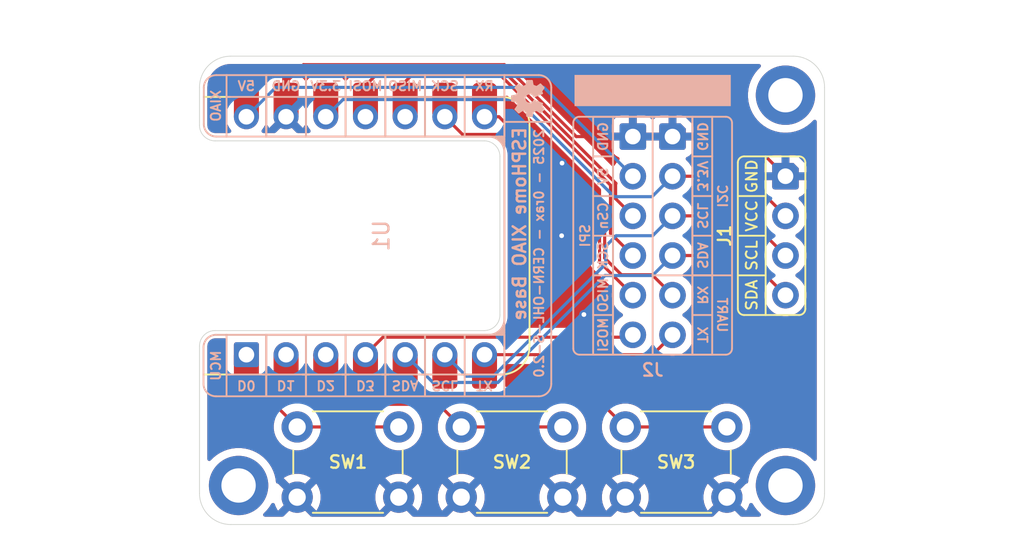
<source format=kicad_pcb>
(kicad_pcb (version 20241229) (generator "pcbnew") (generator_version "9.0")
  (title_block (title "ESPHome XIAO Base") (date "2025-03-26") (rev "v1.00") (company "0rax") (comment 1 "https://github.com/0rax/esphome-xiao-base/"))
  (layers (0 "F.Cu" signal) (2 "B.Cu" signal) (13 "F.Paste" user) (15 "B.Paste" user) (5 "F.SilkS" user "F.Silkscreen") (7 "B.SilkS" user "B.Silkscreen") (1 "F.Mask" user) (3 "B.Mask" user) (25 "Edge.Cuts" user))
  (net 0 "")
  (net 1 "GND")
  (net 2 "+3.3V")
  (net 3 "/BTN1")
  (net 4 "/BTN2")
  (net 5 "/BTN3")
  (net 6 "+5V")
  (net 7 "/SCL")
  (net 8 "/SDA")
  (net 9 "/MISO")
  (net 10 "/MOSI")
  (net 11 "/SCK")
  (net 12 "/CSn")
  (net 13 "/TX")
  (net 14 "/RX")
  (footprint "Button_Switch_THT:SW_PUSH_6mm" (layer "F.Cu") (at 60.5 56)
    (property "Reference" "SW3" (at 0 0 0) (layer "F.SilkS") (effects (font (size 0.8 0.8))))
    (property "Value" "SW_Push")
    (pad "1" thru_hole circle (at -3.25 -2.25 90) (size 2 2) (drill 1.1) (layers "*.Cu" "*.Mask") (net 5 "/BTN3"))
    (pad "1" thru_hole circle (at 3.25 -2.25 90) (size 2 2) (drill 1.1) (layers "*.Cu" "*.Mask") (net 5 "/BTN3"))
    (pad "2" thru_hole circle (at -3.25 2.25 90) (size 2 2) (drill 1.1) (layers "*.Cu" "*.Mask") (net 1 "GND"))
    (pad "2" thru_hole circle (at 3.25 2.25 90) (size 2 2) (drill 1.1) (layers "*.Cu" "*.Mask") (net 1 "GND"))
  )
  (footprint "MountingHole:MountingHole_2.2mm_M2_ISO14580_Pad" (layer "F.Cu") (at 67.5 32.5)
    (property "Reference" "H1" (hide yes))
    (property "Value" "MountingHole_2.2mm_M2_ISO14580_Pad")
    (pad "1" thru_hole circle (at 0 0) (size 3.8 3.8) (drill 2.2) (layers "*.Cu" "*.Mask"))
  )
  (footprint "Button_Switch_THT:SW_PUSH_6mm" (layer "F.Cu") (at 50 56)
    (property "Reference" "SW2" (at 0 0 0) (layer "F.SilkS") (effects (font (size 0.8 0.8))))
    (property "Value" "SW_Push")
    (pad "1" thru_hole circle (at -3.25 -2.25 90) (size 2 2) (drill 1.1) (layers "*.Cu" "*.Mask") (net 4 "/BTN2"))
    (pad "1" thru_hole circle (at 3.25 -2.25 90) (size 2 2) (drill 1.1) (layers "*.Cu" "*.Mask") (net 4 "/BTN2"))
    (pad "2" thru_hole circle (at -3.25 2.25 90) (size 2 2) (drill 1.1) (layers "*.Cu" "*.Mask") (net 1 "GND"))
    (pad "2" thru_hole circle (at 3.25 2.25 90) (size 2 2) (drill 1.1) (layers "*.Cu" "*.Mask") (net 1 "GND"))
  )
  (footprint "MountingHole:MountingHole_2.2mm_M2_ISO14580_Pad" (layer "F.Cu") (at 32.5 57.5)
    (property "Reference" "H2" (hide yes))
    (property "Value" "MountingHole_2.2mm_M2_ISO14580_Pad")
    (pad "1" thru_hole circle (at 0 0) (size 3.8 3.8) (drill 2.2) (layers "*.Cu" "*.Mask"))
  )
  (footprint "Button_Switch_THT:SW_PUSH_6mm" (layer "F.Cu") (at 39.5 56)
    (property "Reference" "SW1" (at 0 0 0) (layer "F.SilkS") (effects (font (size 0.8 0.8))))
    (property "Value" "SW_Push")
    (pad "1" thru_hole circle (at -3.25 -2.25 90) (size 2 2) (drill 1.1) (layers "*.Cu" "*.Mask") (net 3 "/BTN1"))
    (pad "1" thru_hole circle (at 3.25 -2.25 90) (size 2 2) (drill 1.1) (layers "*.Cu" "*.Mask") (net 3 "/BTN1"))
    (pad "2" thru_hole circle (at -3.25 2.25 90) (size 2 2) (drill 1.1) (layers "*.Cu" "*.Mask") (net 1 "GND"))
    (pad "2" thru_hole circle (at 3.25 2.25 90) (size 2 2) (drill 1.1) (layers "*.Cu" "*.Mask") (net 1 "GND"))
  )
  (footprint "LKBD_MCU:MCU_XIAO-RP2040" (layer "F.Cu") (at 33 41.5 90)
    (property "Reference" "U1" (at 0 8.636 90) (layer "B.SilkS") (effects (justify mirror)))
    (property "Value" "XIAO-ESP32")
    (fp_text user "D1" (at -9.2336 2.536 180) (layer "B.SilkS") (effects (font (size 0.6 0.6) (thickness 0.12) (bold yes)) (justify bottom mirror)))
    (fp_text user "TX" (at -9.2336 15.236 180) (layer "B.SilkS") (effects (font (size 0.6 0.6) (thickness 0.12) (bold yes)) (justify bottom mirror)))
    (fp_text user "MISO" (at 9.2336 10.156 0) (layer "B.SilkS") (effects (font (size 0.6 0.6) (thickness 0.12) (bold yes)) (justify bottom mirror)))
    (fp_text user "SCL" (at -9.2336 12.696 180) (layer "B.SilkS") (effects (font (size 0.6 0.6) (thickness 0.12) (bold yes)) (justify bottom mirror)))
    (fp_text user "SDA" (at -9.2336 10.156 180) (layer "B.SilkS") (effects (font (size 0.6 0.6) (thickness 0.12) (bold yes)) (justify bottom mirror)))
    (fp_text user "5V" (at 9.2336 -0.004 0) (layer "B.SilkS") (effects (font (size 0.6 0.6) (thickness 0.12) (bold yes)) (justify bottom mirror)))
    (fp_text user "XIAO" (at 8.3185 -1.95 90) (layer "B.SilkS") (effects (font (size 0.6 0.6) (thickness 0.12)) (justify mirror)))
    (fp_text user "MOSI" (at 9.2336 7.616 0) (layer "B.SilkS") (effects (font (size 0.6 0.6) (thickness 0.12) (bold yes)) (justify bottom mirror)))
    (fp_text user "MCU" (at -8.325 -1.95 90) (layer "B.SilkS") (effects (font (size 0.6 0.6) (thickness 0.12)) (justify mirror)))
    (fp_text user "RX" (at 9.2336 15.236 0) (layer "B.SilkS") (effects (font (size 0.6 0.6) (thickness 0.12) (bold yes)) (justify bottom mirror)))
    (fp_text user "3.3V" (at 9.2336 5.076 0) (layer "B.SilkS") (effects (font (size 0.6 0.6) (thickness 0.12) (bold yes)) (justify bottom mirror)))
    (fp_text user "GND" (at 9.2336 2.536 0) (layer "B.SilkS") (effects (font (size 0.6 0.6) (thickness 0.12) (bold yes)) (justify bottom mirror)))
    (fp_text user "D2" (at -9.2336 5.076 180) (layer "B.SilkS") (effects (font (size 0.6 0.6) (thickness 0.12) (bold yes)) (justify bottom mirror)))
    (fp_text user "SCK" (at 9.2336 12.696 0) (layer "B.SilkS") (effects (font (size 0.6 0.6) (thickness 0.12) (bold yes)) (justify bottom mirror)))
    (fp_text user "D3" (at -9.2336 7.616 180) (layer "B.SilkS") (effects (font (size 0.6 0.6) (thickness 0.12) (bold yes)) (justify bottom mirror)))
    (fp_text user "D0" (at -9.2336 -0.004 180) (layer "B.SilkS") (effects (font (size 0.6 0.6) (thickness 0.12) (bold yes)) (justify bottom mirror)))
    (pad "1" smd roundrect (at -8.2 0 90) (size 2.4 1.6) (drill (offset -0.4 0)) (layers "F.Cu" "F.Mask" "F.Paste") (roundrect_rratio 0.16) (net 3 "/BTN1"))
    (pad "1" thru_hole roundrect (at -7.62 0 180) (size 1.6 1.6) (drill 1) (layers "*.Cu" "*.Mask") (roundrect_rratio 0.1) (net 3 "/BTN1"))
    (pad "2" smd roundrect (at -8.2 2.54 90) (size 2.4 1.6) (drill (offset -0.4 0)) (layers "F.Cu" "F.Mask" "F.Paste") (roundrect_rratio 0.16) (net 4 "/BTN2"))
    (pad "2" thru_hole circle (at -7.62 2.54 180) (size 1.6 1.6) (drill 1) (layers "*.Cu" "*.Mask") (net 4 "/BTN2"))
    (pad "3" smd roundrect (at -8.2 5.08 90) (size 2.4 1.6) (drill (offset -0.4 0)) (layers "F.Cu" "F.Mask" "F.Paste") (roundrect_rratio 0.16) (net 5 "/BTN3"))
    (pad "3" thru_hole circle (at -7.62 5.08 180) (size 1.6 1.6) (drill 1) (layers "*.Cu" "*.Mask") (net 5 "/BTN3"))
    (pad "4" smd roundrect (at -8.2 7.62 90) (size 2.4 1.6) (drill (offset -0.4 0)) (layers "F.Cu" "F.Mask" "F.Paste") (roundrect_rratio 0.16) (net 12 "/CSn"))
    (pad "4" thru_hole circle (at -7.62 7.62 180) (size 1.6 1.6) (drill 1) (layers "*.Cu" "*.Mask") (net 12 "/CSn"))
    (pad "5" smd roundrect (at -8.2 10.16 90) (size 2.4 1.6) (drill (offset -0.4 0)) (layers "F.Cu" "F.Mask" "F.Paste") (roundrect_rratio 0.16) (net 8 "/SDA"))
    (pad "5" thru_hole circle (at -7.62 10.16 180) (size 1.6 1.6) (drill 1) (layers "*.Cu" "*.Mask") (net 8 "/SDA"))
    (pad "6" smd roundrect (at -8.2 12.7 90) (size 2.4 1.6) (drill (offset -0.4 0)) (layers "F.Cu" "F.Mask" "F.Paste") (roundrect_rratio 0.16) (net 7 "/SCL"))
    (pad "6" thru_hole circle (at -7.62 12.7 180) (size 1.6 1.6) (drill 1) (layers "*.Cu" "*.Mask") (net 7 "/SCL"))
    (pad "7" smd roundrect (at -8.2 15.24 90) (size 2.4 1.6) (drill (offset -0.4 0)) (layers "F.Cu" "F.Mask" "F.Paste") (roundrect_rratio 0.16) (net 13 "/TX"))
    (pad "7" thru_hole circle (at -7.62 15.24 180) (size 1.6 1.6) (drill 1) (layers "*.Cu" "*.Mask") (net 13 "/TX"))
    (pad "8" thru_hole circle (at 7.62 15.24 180) (size 1.6 1.6) (drill 1) (layers "*.Cu" "*.Mask") (net 14 "/RX"))
    (pad "8" smd roundrect (at 8.2 15.24 90) (size 2.4 1.6) (drill (offset 0.4 0)) (layers "F.Cu" "F.Mask" "F.Paste") (net 14 "/RX"))
    (pad "9" thru_hole circle (at 7.62 12.7 180) (size 1.6 1.6) (drill 1) (layers "*.Cu" "*.Mask") (net 11 "/SCK"))
    (pad "9" smd roundrect (at 8.2 12.7 90) (size 2.4 1.6) (drill (offset 0.4 0)) (layers "F.Cu" "F.Mask" "F.Paste") (net 11 "/SCK"))
    (pad "10" thru_hole circle (at 7.62 10.16 180) (size 1.6 1.6) (drill 1) (layers "*.Cu" "*.Mask") (net 9 "/MISO"))
    (pad "10" smd roundrect (at 8.2 10.16 90) (size 2.4 1.6) (drill (offset 0.4 0)) (layers "F.Cu" "F.Mask" "F.Paste") (roundrect_rratio 0.16) (net 9 "/MISO"))
    (pad "11" thru_hole circle (at 7.62 7.62 180) (size 1.6 1.6) (drill 1) (layers "*.Cu" "*.Mask") (net 10 "/MOSI"))
    (pad "11" smd roundrect (at 8.2 7.62 90) (size 2.4 1.6) (drill (offset 0.4 0)) (layers "F.Cu" "F.Mask" "F.Paste") (roundrect_rratio 0.16) (net 10 "/MOSI"))
    (pad "12" thru_hole circle (at 7.62 5.08 180) (size 1.6 1.6) (drill 1) (layers "*.Cu" "*.Mask") (net 2 "+3.3V"))
    (pad "12" smd roundrect (at 8.2 5.08 90) (size 2.4 1.6) (drill (offset 0.4 0)) (layers "F.Cu" "F.Mask" "F.Paste") (roundrect_rratio 0.16) (net 2 "+3.3V"))
    (pad "13" thru_hole circle (at 7.62 2.54 180) (size 1.6 1.6) (drill 1) (layers "*.Cu" "*.Mask") (net 1 "GND"))
    (pad "13" smd roundrect (at 8.2 2.54 90) (size 2.4 1.6) (drill (offset 0.4 0)) (layers "F.Cu" "F.Mask" "F.Paste") (roundrect_rratio 0.16) (net 1 "GND"))
    (pad "14" thru_hole circle (at 7.62 0 180) (size 1.6 1.6) (drill 1) (layers "*.Cu" "*.Mask") (net 6 "+5V"))
    (pad "14" smd roundrect (at 8.2 0 90) (size 2.4 1.6) (drill (offset 0.4 0)) (layers "F.Cu" "F.Mask" "F.Paste") (roundrect_rratio 0.16) (net 6 "+5V"))
  )
  (footprint "LKBD_OLED:OLED_SSD1306_128x32_0.91inch_I2C" (layer "F.Cu") (at 67.5 41.5 180)
    (property "Reference" "J1" (at 3.9 0 90) (layer "F.SilkS") (effects (font (size 0.8 0.8))))
    (property "Value" "PINHD_1x4_Male")
    (fp_text user "SDA" (at 2.159 -3.81 90) (layer "F.SilkS") (effects (font (size 0.7 0.7) (thickness 0.12) (bold yes))))
    (fp_text user "SCL" (at 2.159 -1.27 90) (layer "F.SilkS") (effects (font (size 0.7 0.7) (thickness 0.12) (bold yes))))
    (fp_text user "GND" (at 2.159 3.81 90) (layer "F.SilkS") (effects (font (size 0.7 0.7) (thickness 0.12) (bold yes))))
    (fp_text user "VCC" (at 2.159 1.27 90) (layer "F.SilkS") (effects (font (size 0.7 0.7) (thickness 0.12) (bold yes))))
    (pad "1" thru_hole circle (at 0 -3.81 90) (size 1.7 1.7) (drill 1) (layers "*.Cu" "*.Mask") (net 8 "/SDA"))
    (pad "2" thru_hole circle (at 0 -1.27 90) (size 1.7 1.7) (drill 1) (layers "*.Cu" "*.Mask") (net 7 "/SCL"))
    (pad "3" thru_hole circle (at 0 1.27 90) (size 1.7 1.7) (drill 1) (layers "*.Cu" "*.Mask") (net 2 "+3.3V"))
    (pad "4" thru_hole roundrect (at 0 3.81 90) (size 1.7 1.7) (drill 1) (layers "*.Cu" "*.Mask") (roundrect_rratio 0.1) (chamfer_ratio 0.2) (chamfer bottom_right) (net 1 "GND"))
  )
  (footprint "MountingHole:MountingHole_2.2mm_M2_ISO14580_Pad" (layer "F.Cu") (at 67.5 57.5)
    (property "Reference" "H3" (hide yes))
    (property "Value" "MountingHole_2.2mm_M2_ISO14580_Pad")
    (pad "1" thru_hole circle (at 0 0) (size 3.8 3.8) (drill 2.2) (layers "*.Cu" "*.Mask"))
  )
  (footprint "LKBD_PCBFab:JLCPCB_SerialNumber_2x10mm" (layer "B.Cu") (at 59 32.2 180)
    (property "Reference" "REF1" (hide yes))
    (property "Value" "JLCPCB_SerialNumber_2x10mm")
  )
  (footprint "Connector_PinHeader_2.54mm:PinHeader_2x06_P2.54mm_Vertical" (layer "B.Cu") (at 59 41.5 180)
    (property "Reference" "J2" (at 0 -8.6 0) (layer "B.SilkS") (effects (font (size 0.8 0.8)) (justify mirror)))
    (property "Value" "Conn_02x06_Odd_Even")
    (fp_text user "MISO" (at 3.175 -3.81 90) (layer "B.SilkS") (effects (font (size 0.6 0.6) (thickness 0.12)) (justify mirror)))
    (fp_text user "MOSI" (at 3.175 -6.35 90) (layer "B.SilkS") (effects (font (size 0.6 0.6) (thickness 0.12)) (justify mirror)))
    (fp_text user "5V" (at 3.175 3.81 90) (layer "B.SilkS") (effects (font (size 0.6 0.6) (thickness 0.12)) (justify mirror)))
    (fp_text user "SCK" (at 3.175 -1.27 90) (layer "B.SilkS") (effects (font (size 0.6 0.6) (thickness 0.12)) (justify mirror)))
    (fp_text user "CSn" (at 3.175 1.27 90) (layer "B.SilkS") (effects (font (size 0.6 0.6) (thickness 0.12)) (justify mirror)))
    (fp_text user "GND" (at 3.175 6.35 90) (layer "B.SilkS") (effects (font (size 0.6 0.6) (thickness 0.12)) (justify mirror)))
    (fp_text user "SPI" (at 4.318 0 90) (layer "B.SilkS") (effects (font (size 0.6 0.6) (thickness 0.12) (bold yes)) (justify mirror)))
    (fp_text user "RX" (at -3.175 -3.81 270) (layer "B.SilkS") (effects (font (size 0.6 0.6) (thickness 0.12)) (justify mirror)))
    (fp_text user "GND" (at -3.175 6.35 270) (layer "B.SilkS") (effects (font (size 0.6 0.6) (thickness 0.12)) (justify mirror)))
    (fp_text user "UART" (at -4.445 -5.08 270) (layer "B.SilkS") (effects (font (size 0.6 0.6) (thickness 0.12) (bold yes)) (justify mirror)))
    (fp_text user "SDA" (at -3.175 -1.27 270) (layer "B.SilkS") (effects (font (size 0.6 0.6) (thickness 0.12)) (justify mirror)))
    (fp_text user "I2C" (at -4.445 2.54 270) (layer "B.SilkS") (effects (font (size 0.6 0.6) (thickness 0.12) (bold yes)) (justify mirror)))
    (fp_text user "SCL" (at -3.175 1.27 270) (layer "B.SilkS") (effects (font (size 0.6 0.6) (thickness 0.12)) (justify mirror)))
    (fp_text user "3.3V" (at -3.175 3.81 270) (layer "B.SilkS") (effects (font (size 0.6 0.6) (thickness 0.12)) (justify mirror)))
    (fp_text user "TX" (at -3.175 -6.35 270) (layer "B.SilkS") (effects (font (size 0.6 0.6) (thickness 0.12)) (justify mirror)))
    (pad "1" thru_hole roundrect (at -1.27 6.35 180) (size 1.7 1.7) (drill 1) (layers "*.Cu" "*.Mask") (roundrect_rratio 0.1) (chamfer_ratio 0.2) (chamfer bottom_left) (net 1 "GND"))
    (pad "2" thru_hole roundrect (at 1.27 6.35 180) (size 1.7 1.7) (drill 1) (layers "*.Cu" "*.Mask") (roundrect_rratio 0.1) (net 1 "GND"))
    (pad "3" thru_hole oval (at -1.27 3.81 180) (size 1.7 1.7) (drill 1) (layers "*.Cu" "*.Mask") (net 2 "+3.3V"))
    (pad "4" thru_hole oval (at 1.27 3.81 180) (size 1.7 1.7) (drill 1) (layers "*.Cu" "*.Mask") (net 6 "+5V"))
    (pad "5" thru_hole oval (at -1.27 1.27 180) (size 1.7 1.7) (drill 1) (layers "*.Cu" "*.Mask") (net 7 "/SCL"))
    (pad "6" thru_hole oval (at 1.27 1.27 180) (size 1.7 1.7) (drill 1) (layers "*.Cu" "*.Mask") (net 10 "/MOSI"))
    (pad "7" thru_hole oval (at -1.27 -1.27 180) (size 1.7 1.7) (drill 1) (layers "*.Cu" "*.Mask") (net 8 "/SDA"))
    (pad "8" thru_hole oval (at 1.27 -1.27 180) (size 1.7 1.7) (drill 1) (layers "*.Cu" "*.Mask") (net 9 "/MISO"))
    (pad "9" thru_hole oval (at -1.27 -3.81 180) (size 1.7 1.7) (drill 1) (layers "*.Cu" "*.Mask") (net 14 "/RX"))
    (pad "10" thru_hole oval (at 1.27 -3.81 180) (size 1.7 1.7) (drill 1) (layers "*.Cu" "*.Mask") (net 11 "/SCK"))
    (pad "11" thru_hole oval (at -1.27 -6.35 180) (size 1.7 1.7) (drill 1) (layers "*.Cu" "*.Mask") (net 13 "/TX"))
    (pad "12" thru_hole oval (at 1.27 -6.35 180) (size 1.7 1.7) (drill 1) (layers "*.Cu" "*.Mask") (net 12 "/CSn"))
  )
  (gr_line (start 50.699707 33.45301) (end 50.899254 33.538489) (stroke (width 0.1)) (layer "B.SilkS"))
  (gr_line (start 51.825522 31.805505) (end 51.806211 31.803706) (stroke (width 0.1)) (layer "B.SilkS"))
  (gr_line (start 50.305061 32.484042) (end 50.288684 32.498241) (stroke (width 0.1)) (layer "B.SilkS"))
  (gr_curve (pts (xy 51.392821 32.881338) (xy 51.316872 33.000193) (xy 51.171615 33.054693) (xy 51.036228 33.01513)) (stroke (width 0.1)) (layer "B.SilkS"))
  (gr_line (start 51.58101 33.462368) (end 51.806211 33.616951) (stroke (width 0.1)) (layer "B.SilkS"))
  (gr_line (start 50.422063 33.615064) (end 50.441279 33.616958) (stroke (width 0.1)) (layer "B.SilkS"))
  (gr_line (start 52.030274 32.027866) (end 52.028475 32.008555) (stroke (width 0.1)) (layer "B.SilkS"))
  (gr_line (start 51.404653 32.865908) (end 51.392821 32.881338) (stroke (width 0.1)) (layer "B.SilkS"))
  (gr_line (start 51.332806 33.561864) (end 51.3471 33.545772) (stroke (width 0.1)) (layer "B.SilkS"))
  (gr_line (start 50.441279 33.616958) (end 50.678218 33.454329) (stroke (width 0.1)) (layer "B.SilkS"))
  (gr_line (start 51.41961 32.841485) (end 51.404653 32.865908) (stroke (width 0.1)) (layer "B.SilkS"))
  (gr_line (start 49.51 31.213) (end 51.71 31.213) (stroke (width 0.12)) (layer "B.SilkS"))
  (gr_line (start 50.422063 31.805694) (end 50.218918 32.008649) (stroke (width 0.1)) (layer "B.SilkS"))
  (gr_line (start 52.028477 33.412101) (end 52.030275 33.392884) (stroke (width 0.1)) (layer "B.SilkS"))
  (gr_line (start 52.028475 32.008555) (end 51.825522 31.805505) (stroke (width 0.1)) (layer "B.SilkS"))
  (gr_line (start 51.923779 32.383984) (end 51.930387 32.377282) (stroke (width 0.1)) (layer "B.SilkS"))
  (gr_line (start 51.878438 33.171564) (end 51.877687 33.15036) (stroke (width 0.1)) (layer "B.SilkS"))
  (gr_line (start 50.384198 33.130111) (end 50.382683 33.151883) (stroke (width 0.1)) (layer "B.SilkS"))
  (gr_line (start 51.267206 31.574435) (end 50.98019 31.574435) (stroke (width 0.1)) (layer "B.SilkS"))
  (gr_line (start 49.987848 32.566777) (end 49.987848 32.853981) (stroke (width 0.1)) (layer "B.SilkS"))
  (gr_line (start 52.030275 33.392884) (end 51.878438 33.171564) (stroke (width 0.1)) (layer "B.SilkS"))
  (gr_line (start 50.000249 32.551915) (end 49.987848 32.566777) (stroke (width 0.1)) (layer "B.SilkS"))
  (gr_line (start 51.877681 32.27039) (end 51.878349 32.249186) (stroke (width 0.1)) (layer "B.SilkS"))
  (gr_line (start 51.404653 32.554849) (end 51.41961 32.579272) (stroke (width 0.1)) (layer "B.SilkS"))
  (gr_line (start 51.41961 32.579272) (end 51.437785 32.585142) (stroke (width 0.1)) (layer "B.SilkS"))
  (gr_line (start 50.218918 32.008649) (end 50.21712 32.02796) (stroke (width 0.1)) (layer "B.SilkS"))
  (gr_line (start 51.806211 33.616951) (end 51.825522 33.615056) (stroke (width 0.1)) (layer "B.SilkS"))
  (gr_line (start 52.51 32.013) (end 52.51 50.987) (stroke (width 0.12)) (layer "B.SilkS"))
  (gr_line (start 50.678218 33.454329) (end 50.699707 33.45301) (stroke (width 0.1)) (layer "B.SilkS"))
  (gr_line (start 50.965328 33.834017) (end 50.98019 33.846323) (stroke (width 0.1)) (layer "B.SilkS"))
  (gr_line (start 51.282068 31.586741) (end 51.267206 31.574435) (stroke (width 0.1)) (layer "B.SilkS"))
  (gr_line (start 51.929743 32.367892) (end 51.877681 32.27039) (stroke (width 0.1)) (layer "B.SilkS"))
  (gr_line (start 50.21712 32.02796) (end 50.382684 32.26897) (stroke (width 0.1)) (layer "B.SilkS"))
  (gr_line (start 50.382683 33.151883) (end 50.217214 33.392892) (stroke (width 0.1)) (layer "B.SilkS"))
  (gr_line (start 51.559332 33.460765) (end 51.58101 33.462368) (stroke (width 0.1)) (layer "B.SilkS"))
  (gr_line (start 50.965328 33.83393) (end 50.965328 33.834017) (stroke (width 0.1)) (layer "B.SilkS"))
  (gr_curve (pts (xy 50.807786 32.710379) (xy 50.807786 32.569329) (xy 50.900841 32.44519) (xy 51.036228 32.405627)) (stroke (width 0.1)) (layer "B.SilkS"))
  (gr_arc (start 51.71 31.213) (mid 52.275685 31.447315) (end 52.51 32.013) (stroke (width 0.12)) (layer "B.SilkS"))
  (gr_line (start 50.217214 33.392892) (end 50.219108 33.412109) (stroke (width 0.1)) (layer "B.SilkS"))
  (gr_line (start 51.930387 32.377282) (end 51.929743 32.367892) (stroke (width 0.1)) (layer "B.SilkS"))
  (gr_line (start 51.878349 32.249186) (end 52.030274 32.027866) (stroke (width 0.1)) (layer "B.SilkS"))
  (gr_line (start 50.965328 31.586741) (end 50.913454 31.86571) (stroke (width 0.1)) (layer "B.SilkS"))
  (gr_line (start 49.987848 32.853981) (end 50.000154 32.868843) (stroke (width 0.1)) (layer "B.SilkS"))
  (gr_line (start 50.98019 33.846323) (end 51.2673 33.846323) (stroke (width 0.1)) (layer "B.SilkS"))
  (gr_line (start 50.384198 32.290648) (end 50.305061 32.484042) (stroke (width 0.1)) (layer "B.SilkS"))
  (gr_line (start 50.678218 31.96643) (end 50.441279 31.803895) (stroke (width 0.1)) (layer "B.SilkS"))
  (gr_line (start 50.305061 32.936716) (end 50.384198 33.130111) (stroke (width 0.1)) (layer "B.SilkS"))
  (gr_line (start 51.559333 31.959899) (end 51.3471 31.874987) (stroke (width 0.1)) (layer "B.SilkS"))
  (gr_line (start 51.3329 31.858894) (end 51.282068 31.586741) (stroke (width 0.1)) (layer "B.SilkS"))
  (gr_line (start 50.899254 31.882276) (end 50.699707 31.967755) (stroke (width 0.1)) (layer "B.SilkS"))
  (gr_line (start 51.437785 32.585142) (end 51.923779 32.383984) (stroke (width 0.1)) (layer "B.SilkS"))
  (gr_line (start 51.71 51.787) (end 49.51 51.787) (stroke (width 0.12)) (layer "B.SilkS"))
  (gr_line (start 50.288684 32.922516) (end 50.305061 32.936716) (stroke (width 0.1)) (layer "B.SilkS"))
  (gr_line (start 50.382684 32.26897) (end 50.384198 32.290648) (stroke (width 0.1)) (layer "B.SilkS"))
  (gr_line (start 51.3471 31.874987) (end 51.3329 31.858894) (stroke (width 0.1)) (layer "B.SilkS"))
  (gr_line (start 50.913454 33.555056) (end 50.965328 33.83393) (stroke (width 0.1)) (layer "B.SilkS"))
  (gr_line (start 51.92975 33.052858) (end 51.930431 33.043493) (stroke (width 0.1)) (layer "B.SilkS"))
  (gr_line (start 51.282162 33.834017) (end 51.332806 33.561864) (stroke (width 0.1)) (layer "B.SilkS"))
  (gr_curve (pts (xy 51.036228 33.01513) (xy 50.900841 32.975567) (xy 50.807786 32.851428) (xy 50.807786 32.710379)) (stroke (width 0.1)) (layer "B.SilkS"))
  (gr_poly (pts (xy 49.987865 32.854628) (xy 49.987913 32.855272) (xy 49.987992 32.855913) (xy 49.988101 32.856549) (xy 49.98824 32.85718) (xy 49.988408 32.857805) (xy 49.988604 32.858423) (xy 49.988826 32.859032) (xy 49.989075 32.859633) (xy 49.989349 32.860223) (xy 49.98997 32.861371) (xy 49.990683 32.862468) (xy 49.991481 32.863507) (xy 49.992358 32.86448) (xy 49.993307 32.86538) (xy 49.994322 32.866201) (xy 49.995396 32.866934) (xy 49.995953 32.867265) (xy 49.996523 32.867572) (xy 49.997104 32.867853) (xy 49.997696 32.868107) (xy 49.998298 32.868335) (xy 49.998909 32.868534) (xy 49.999528 32.868703) (xy 50.000154 32.868843) (xy 50.288684 32.922516) (xy 50.290062 32.922896) (xy 50.291405 32.923355) (xy 50.292712 32.92389) (xy 50.293979 32.924499) (xy 50.295204 32.925181) (xy 50.296383 32.925932) (xy 50.297514 32.926749) (xy 50.298594 32.927631) (xy 50.29962 32.928576) (xy 50.30059 32.929579) (xy 50.3015 32.93064) (xy 50.302348 32.931756) (xy 50.303131 32.932924) (xy 50.303846 32.934141) (xy 50.30449 32.935406) (xy 50.305061 32.936716) (xy 50.384198 33.130111) (xy 50.384726 33.131449) (xy 50.385169 33.132808) (xy 50.385529 33.134183) (xy 50.385805 33.135572) (xy 50.385997 33.136969) (xy 50.386107 33.138373) (xy 50.386133 33.139777) (xy 50.386077 33.14118) (xy 50.385938 33.142577) (xy 50.385717 33.143965) (xy 50.385415 33.14534) (xy 50.385031 33.146697) (xy 50.384565 33.148034) (xy 50.384019 33.149346) (xy 50.383391 33.150631) (xy 50.382683 33.151883) (xy 50.217214 33.392892) (xy 50.216868 33.393468) (xy 50.216548 33.394054) (xy 50.215989 33.395251) (xy 50.215537 33.396478) (xy 50.215192 33.397728) (xy 50.214952 33.398994) (xy 50.214818 33.400271) (xy 50.214788 33.40155) (xy 50.214861 33.402826) (xy 50.215038 33.404092) (xy 50.215317 33.405341) (xy 50.215698 33.406566) (xy 50.21618 33.407761) (xy 50.216763 33.40892) (xy 50.217446 33.410035) (xy 50.218227 33.411101) (xy 50.218655 33.411612) (xy 50.219108 33.412109) (xy 50.422063 33.615064) (xy 50.422527 33.615514) (xy 50.423012 33.615939) (xy 50.423517 33.616339) (xy 50.424042 33.616715) (xy 50.424584 33.617066) (xy 50.425142 33.617392) (xy 50.425716 33.617693) (xy 50.426303 33.61797) (xy 50.426904 33.618221) (xy 50.427515 33.618448) (xy 50.428767 33.618825) (xy 50.430049 33.619102) (xy 50.431352 33.619277) (xy 50.432664 33.61935) (xy 50.433976 33.619321) (xy 50.435278 33.619188) (xy 50.43656 33.618952) (xy 50.43719 33.618795) (xy 50.437811 33.618611) (xy 50.438421 33.618402) (xy 50.439021 33.618166) (xy 50.439608 33.617904) (xy 50.440181 33.617615) (xy 50.440738 33.6173) (xy 50.441279 33.616958) (xy 50.678218 33.454329) (xy 50.679457 33.453631) (xy 50.680727 33.453014) (xy 50.682025 33.452478) (xy 50.683347 33.452023) (xy 50.684689 33.451651) (xy 50.686048 33.45136) (xy 50.68742 33.451151) (xy 50.6888 33.451025) (xy 50.690186 33.450981) (xy 50.691573 33.451021) (xy 50.692957 33.451143) (xy 50.694335 33.451349) (xy 50.695703 33.451638) (xy 50.697056 33.452011) (xy 50.698392 33.452468) (xy 50.699707 33.45301) (xy 50.899254 33.538489) (xy 50.900562 33.539081) (xy 50.901825 33.539744) (xy 50.903041 33.540477) (xy 50.904206 33.541277) (xy 50.90532 33.54214) (xy 50.906379 33.543064) (xy 50.907381 33.544046) (xy 50.908324 33.545084) (xy 50.909205 33.546175) (xy 50.910023 33.547315) (xy 50.910774 33.548503) (xy 50.911456 33.549736) (xy 50.912068 33.55101) (xy 50.912606 33.552323) (xy 50.913069 33.553673) (xy 50.913454 33.555056) (xy 50.965328 33.83393) (xy 50.965328 33.834017) (xy 50.965459 33.834644) (xy 50.965622 33.835263) (xy 50.965814 33.835874) (xy 50.966036 33.836476) (xy 50.966286 33.837067) (xy 50.966564 33.837649) (xy 50.966868 33.838218) (xy 50.967197 33.838775) (xy 50.96755 33.83932) (xy 50.967928 33.83985) (xy 50.968327 33.840365) (xy 50.968748 33.840865) (xy 50.96919 33.841348) (xy 50.969651 33.841814) (xy 50.970131 33.842262) (xy 50.970629 33.842691) (xy 50.971143 33.8431) (xy 50.971672 33.843489) (xy 50.972217 33.843856) (xy 50.972775 33.844202) (xy 50.973346 33.844524) (xy 50.973929 33.844823) (xy 50.974522 33.845097) (xy 50.975126 33.845346) (xy 50.975738 33.845568) (xy 50.976358 33.845763) (xy 50.976985 33.845931) (xy 50.977618 33.84607) (xy 50.978256 33.84618) (xy 50.978898 33.846259) (xy 50.979543 33.846307) (xy 50.98019 33.846323) (xy 51.2673 33.846323) (xy 51.267971 33.846288) (xy 51.268634 33.846226) (xy 51.26929 33.846136) (xy 51.269938 33.846019) (xy 51.270577 33.845876) (xy 51.271207 33.845707) (xy 51.271826 33.845513) (xy 51.272435 33.845295) (xy 51.273618 33.844785) (xy 51.27475 33.844183) (xy 51.275827 33.843494) (xy 51.276842 33.84272) (xy 51.277792 33.841866) (xy 51.27867 33.840937) (xy 51.279473 33.839937) (xy 51.280194 33.83887) (xy 51.280522 33.838313) (xy 51.280828 33.83774) (xy 51.281111 33.837153) (xy 51.281371 33.836552) (xy 51.281607 33.835937) (xy 51.281817 33.835309) (xy 51.282002 33.834669) (xy 51.282162 33.834017) (xy 51.332806 33.561864) (xy 51.333186 33.560493) (xy 51.333646 33.559157) (xy 51.334185 33.55786) (xy 51.334798 33.556603) (xy 51.335485 33.55539) (xy 51.336241 33.554224) (xy 51.337066 33.553107) (xy 51.337955 33.552043) (xy 51.338907 33.551034) (xy 51.339918 33.550084) (xy 51.340987 33.549195) (xy 51.34211 33.548371) (xy 51.343286 33.547613) (xy 51.344511 33.546925) (xy 51.345783 33.546311) (xy 51.3471 33.545772) (xy 51.559332 33.460765) (xy 51.560668 33.460248) (xy 51.562023 33.459815) (xy 51.563395 33.459465) (xy 51.564779 33.459198) (xy 51.566171 33.459014) (xy 51.567569 33.458912) (xy 51.568968 33.458892) (xy 51.570364 33.458954) (xy 51.571755 33.459098) (xy 51.573136 33.459323) (xy 51.574503 33.45963) (xy 51.575853 33.460017) (xy 51.577183 33.460485) (xy 51.578488 33.461033) (xy 51.579765 33.461661) (xy 51.58101 33.462368) (xy 51.806211 33.616951) (xy 51.806789 33.617299) (xy 51.807377 33.61762) (xy 51.808581 33.618181) (xy 51.809813 33.618635) (xy 51.811069 33.618982) (xy 51.812342 33.619223) (xy 51.813624 33.619358) (xy 51.814909 33.619388) (xy 51.816191 33.619315) (xy 51.817463 33.619138) (xy 51.818718 33.618858) (xy 51.819949 33.618476) (xy 51.821151 33.617992) (xy 51.822315 33.617408) (xy 51.823436 33.616723) (xy 51.824507 33.615939) (xy 51.825022 33.61551) (xy 51.825522 33.615056) (xy 52.028477 33.412101) (xy 52.028924 33.411601) (xy 52.029346 33.411086) (xy 52.029743 33.410557) (xy 52.030116 33.410016) (xy 52.030465 33.409462) (xy 52.030789 33.408897) (xy 52.031088 33.408321) (xy 52.031362 33.407735) (xy 52.031835 33.406538) (xy 52.032207 33.405312) (xy 52.032479 33.404064) (xy 52.032649 33.402799) (xy 52.032717 33.401524) (xy 52.032681 33.400247) (xy 52.032543 33.398973) (xy 52.0323 33.397709) (xy 52.032139 33.397083) (xy 52.031952 33.396461) (xy 52.031739 33.395846) (xy 52.031499 33.395237) (xy 52.031233 33.394636) (xy 52.030941 33.394042) (xy 52.030621 33.393458) (xy 52.030275 33.392884) (xy 51.878438 33.171564) (xy 51.877747 33.170335) (xy 51.877142 33.169074) (xy 51.876621 33.167784) (xy 51.876187 33.166471) (xy 51.875837 33.165137) (xy 51.875574 33.163788) (xy 51.875396 33.162427) (xy 51.875304 33.16106) (xy 51.875299 33.159689) (xy 51.87538 33.158319) (xy 51.875547 33.156954) (xy 51.875801 33.1556) (xy 51.876142 33.154258) (xy 51.87657 33.152935) (xy 51.877085 33.151634) (xy 51.877687 33.15036) (xy 51.92975 33.052858) (xy 51.930027 33.052312) (xy 51.930272 33.051754) (xy 51.930487 33.051187) (xy 51.93067 33.050612) (xy 51.930823 33.050029) (xy 51.930945 33.049439) (xy 51.931035 33.048846) (xy 51.931094 33.048248) (xy 51.931122 33.047649) (xy 51.931119 33.047048) (xy 51.931083 33.046447) (xy 51.931017 33.045848) (xy 51.930918 33.045252) (xy 51.930788 33.04466) (xy 51.930625 33.044073) (xy 51.930431 33.043493) (xy 51.930206 33.042924) (xy 51.929952 33.04237) (xy 51.929671 33.041833) (xy 51.929362 33.041313) (xy 51.929028 33.040812) (xy 51.928668 33.04033) (xy 51.928284 33.039868) (xy 51.927877 33.039427) (xy 51.927447 33.039008) (xy 51.926995 33.038612) (xy 51.926523 33.03824) (xy 51.926031 33.037892) (xy 51.925519 33.03757) (xy 51.92499 33.037274) (xy 51.924444 33.037006) (xy 51.923881 33.036766) (xy 51.437785 32.835616) (xy 51.437156 32.835391) (xy 51.436522 32.835195) (xy 51.435246 32.83489) (xy 51.433962 32.834697) (xy 51.432677 32.834615) (xy 51.431398 32.834641) (xy 51.430132 32.834774) (xy 51.428885 32.835011) (xy 51.427664 32.83535) (xy 51.426475 32.83579) (xy 51.425324 32.836327) (xy 51.42422 32.83696) (xy 51.423167 32.837686) (xy 51.422173 32.838504) (xy 51.421244 32.839411) (xy 51.420388 32.840406) (xy 51.419988 32.840935) (xy 51.41961 32.841485) (xy 51.404653 32.865908) (xy 51.403504 32.867681) (xy 51.402205 32.86957) (xy 51.400784 32.871539) (xy 51.399269 32.873552) (xy 51.397688 32.875574) (xy 51.396068 32.87757) (xy 51.394436 32.879503) (xy 51.392821 32.881338) (xy 51.3855 32.892291) (xy 51.377788 32.902862) (xy 51.369698 32.913045) (xy 51.361246 32.922834) (xy 51.352446 32.932224) (xy 51.343312 32.941211) (xy 51.333859 32.949787) (xy 51.324101 32.957948) (xy 51.314053 32.965689) (xy 51.30373 32.973004) (xy 51.293145 32.979887) (xy 51.282314 32.986333) (xy 51.271251 32.992337) (xy 51.25997 32.997894) (xy 51.248486 33.002996) (xy 51.236814 33.007641) (xy 51.224967 33.011821) (xy 51.212961 33.015531) (xy 51.200809 33.018767) (xy 51.188527 33.021522) (xy 51.176129 33.023791) (xy 51.163629 33.025569) (xy 51.151041 33.02685) (xy 51.138382 33.027629) (xy 51.125664 33.027901) (xy 51.112902 33.027659) (xy 51.100112 33.026899) (xy 51.087306 33.025615) (xy 51.074501 33.023801) (xy 51.061709 33.021453) (xy 51.048947 33.018564) (xy 51.036228 33.01513) (xy 51.023661 33.011175) (xy 51.011351 33.006737) (xy 50.999308 33.001828) (xy 50.987541 32.996461) (xy 50.976059 32.990648) (xy 50.964872 32.984401) (xy 50.953988 32.977733) (xy 50.943417 32.970657) (xy 50.933169 32.963184) (xy 50.923252 32.955326) (xy 50.913677 32.947097) (xy 50.904451 32.938509) (xy 50.895585 32.929574) (xy 50.887088 32.920305) (xy 50.878969 32.910713) (xy 50.871237 32.900812) (xy 50.863902 32.890613) (xy 50.856972 32.880129) (xy 50.850458 32.869373) (xy 50.844369 32.858357) (xy 50.838713 32.847093) (xy 50.8335 32.835593) (xy 50.82874 32.823871) (xy 50.824441 32.811938) (xy 50.820614 32.799806) (xy 50.817266 32.787489) (xy 50.814408 32.774999) (xy 50.812049 32.762347) (xy 50.810198 32.749547) (xy 50.808864 32.736611) (xy 50.808057 32.72355) (xy 50.807786 32.710379) (xy 50.808057 32.697207) (xy 50.808864 32.684147) (xy 50.812049 32.65841) (xy 50.817266 32.633268) (xy 50.824441 32.60882) (xy 50.8335 32.585164) (xy 50.844369 32.5624) (xy 50.856972 32.540628) (xy 50.871237 32.519946) (xy 50.887088 32.500453) (xy 50.904451 32.482248) (xy 50.923253 32.465431) (xy 50.943418 32.4501) (xy 50.964872 32.436356) (xy 50.987541 32.424296) (xy 51.011352 32.41402) (xy 51.023661 32.409582) (xy 51.036228 32.405627) (xy 51.06171 32.399304) (xy 51.087306 32.395143) (xy 51.112902 32.393098) (xy 51.138382 32.393128) (xy 51.163629 32.395188) (xy 51.188527 32.399235) (xy 51.212961 32.405226) (xy 51.236814 32.413117) (xy 51.25997 32.422864) (xy 51.282315 32.434424) (xy 51.30373 32.447753) (xy 51.324101 32.462809) (xy 51.343312 32.479547) (xy 51.361246 32.497923) (xy 51.377788 32.517895) (xy 51.392821 32.539419) (xy 51.394468 32.541255) (xy 51.396122 32.543188) (xy 51.397755 32.545183) (xy 51.399341 32.547205) (xy 51.400852 32.549218) (xy 51.402259 32.551187) (xy 51.403536 32.553076) (xy 51.404653 32.554849) (xy 51.41961 32.579272) (xy 51.419986 32.579825) (xy 51.420384 32.580357) (xy 51.420801 32.580868) (xy 51.421238 32.581356) (xy 51.421692 32.581823) (xy 51.422164 32.582268) (xy 51.422653 32.58269) (xy 51.423157 32.58309) (xy 51.423676 32.583466) (xy 51.424209 32.583819) (xy 51.424756 32.584149) (xy 51.425314 32.584454) (xy 51.425884 32.584736) (xy 51.426465 32.584993) (xy 51.427056 32.585225) (xy 51.427655 32.585433) (xy 51.428263 32.585615) (xy 51.428878 32.585772) (xy 51.429499 32.585903) (xy 51.430127 32.586008) (xy 51.430758 32.586087) (xy 51.431394 32.586139) (xy 51.432033 32.586165) (xy 51.432674 32.586163) (xy 51.433317 32.586134) (xy 51.43396 32.586077) (xy 51.434603 32.585993) (xy 51.435245 32.58588) (xy 51.435885 32.585739) (xy 51.436522 32.585569) (xy 51.437156 32.58537) (xy 51.437785 32.585142) (xy 51.923779 32.383984) (xy 51.924345 32.383748) (xy 51.924895 32.383483) (xy 51.925428 32.38319) (xy 51.925943 32.38287) (xy 51.926438 32.382525) (xy 51.926914 32.382155) (xy 51.92737 32.381761) (xy 51.927803 32.381343) (xy 51.928215 32.380904) (xy 51.928602 32.380443) (xy 51.928966 32.379962) (xy 51.929304 32.379461) (xy 51.929616 32.378942) (xy 51.929901 32.378405) (xy 51.930159 32.377851) (xy 51.930387 32.377282) (xy 51.930585 32.376701) (xy 51.93075 32.376113) (xy 51.930884 32.37552) (xy 51.930986 32.374923) (xy 51.931055 32.374323) (xy 51.931093 32.373721) (xy 51.931099 32.373119) (xy 51.931074 32.372518) (xy 51.931017 32.371918) (xy 51.930929 32.371323) (xy 51.930809 32.370732) (xy 51.930658 32.370147) (xy 51.930476 32.369569) (xy 51.930262 32.369) (xy 51.930018 32.36844) (xy 51.929743 32.367892) (xy 51.877681 32.27039) (xy 51.877074 32.269118) (xy 51.876555 32.267819) (xy 51.876122 32.266498) (xy 51.875776 32.265158) (xy 51.875517 32.263805) (xy 51.875344 32.262441) (xy 51.875258 32.261072) (xy 51.875258 32.259701) (xy 51.875344 32.258333) (xy 51.875516 32.256972) (xy 51.875775 32.255622) (xy 51.876119 32.254287) (xy 51.876548 32.252972) (xy 51.877063 32.251681) (xy 51.877664 32.250417) (xy 51.878349 32.249186) (xy 52.030274 32.027866) (xy 52.030621 32.027289) (xy 52.030942 32.026702) (xy 52.031503 32.025501) (xy 52.031958 32.024271) (xy 52.032307 32.023018) (xy 52.032551 32.021748) (xy 52.032691 32.020468) (xy 52.032726 32.019185) (xy 52.032659 32.017904) (xy 52.032489 32.016633) (xy 52.032217 32.015379) (xy 52.031843 32.014147) (xy 52.031369 32.012944) (xy 52.030794 32.011776) (xy 52.03012 32.010652) (xy 52.029347 32.009575) (xy 52.028923 32.009058) (xy 52.028475 32.008555) (xy 51.825522 31.805505) (xy 51.825021 31.805054) (xy 51.824504 31.804627) (xy 51.823973 31.804226) (xy 51.823429 31.803849) (xy 51.822873 31.803498) (xy 51.822305 31.803171) (xy 51.821727 31.802869) (xy 51.821138 31.802593) (xy 51.820541 31.802342) (xy 51.819935 31.802116) (xy 51.818703 31.80174) (xy 51.817447 31.801467) (xy 51.816175 31.801296) (xy 51.814893 31.801229) (xy 51.813609 31.801266) (xy 51.812328 31.801407) (xy 51.811691 31.801517) (xy 51.811058 31.801654) (xy 51.810428 31.801817) (xy 51.809804 31.802007) (xy 51.809186 31.802223) (xy 51.808574 31.802466) (xy 51.80797 31.802736) (xy 51.807374 31.803032) (xy 51.806788 31.803356) (xy 51.806211 31.803706) (xy 51.580915 31.958289) (xy 51.579676 31.958995) (xy 51.578405 31.95962) (xy 51.577106 31.960167) (xy 51.575783 31.960633) (xy 51.574439 31.961019) (xy 51.573077 31.961325) (xy 51.571703 31.96155) (xy 51.570318 31.961694) (xy 51.568928 31.961757) (xy 51.567535 31.961739) (xy 51.566143 31.961638) (xy 51.564756 31.961456) (xy 51.563378 31.961191) (xy 51.562013 31.960843) (xy 51.560663 31.960413) (xy 51.559333 31.959899) (xy 51.3471 31.874987) (xy 51.345792 31.874441) (xy 51.344529 31.873821) (xy 51.343312 31.873128) (xy 51.342144 31.872367) (xy 51.341028 31.87154) (xy 51.339967 31.870649) (xy 51.338963 31.869698) (xy 51.338018 31.86869) (xy 51.337135 31.867627) (xy 51.336316 31.866512) (xy 51.335565 31.865348) (xy 51.334882 31.864138) (xy 51.334273 31.862884) (xy 51.333737 31.861591) (xy 51.333279 31.86026) (xy 51.3329 31.858894) (xy 51.282068 31.586741) (xy 51.281908 31.586089) (xy 51.281723 31.585448) (xy 51.281513 31.584821) (xy 51.281277 31.584206) (xy 51.281017 31.583605) (xy 51.280734 31.583018) (xy 51.280428 31.582445) (xy 51.2801 31.581888) (xy 51.27975 31.581346) (xy 51.279379 31.580821) (xy 51.278987 31.580312) (xy 51.278576 31.579821) (xy 51.278146 31.579347) (xy 51.277698 31.578892) (xy 51.277231 31.578455) (xy 51.276748 31.578038) (xy 51.276248 31.577641) (xy 51.275732 31.577264) (xy 51.275201 31.576909) (xy 51.274656 31.576574) (xy 51.274096 31.576262) (xy 51.273524 31.575973) (xy 51.272938 31.575706) (xy 51.272341 31.575463) (xy 51.271732 31.575245) (xy 51.271113 31.575051) (xy 51.270483 31.574882) (xy 51.269844 31.574739) (xy 51.269196 31.574622) (xy 51.26854 31.574532) (xy 51.267877 31.574469) (xy 51.267206 31.574435) (xy 50.98019 31.574435) (xy 50.979543 31.574451) (xy 50.978898 31.574499) (xy 50.978256 31.574578) (xy 50.977618 31.574688) (xy 50.976986 31.574827) (xy 50.976359 31.574994) (xy 50.975739 31.57519) (xy 50.975126 31.575412) (xy 50.97393 31.575935) (xy 50.972776 31.576556) (xy 50.971674 31.577269) (xy 50.97063 31.578067) (xy 50.969653 31.578944) (xy 50.96875 31.579894) (xy 50.967929 31.580908) (xy 50.967198 31.581983) (xy 50.966869 31.58254) (xy 50.966565 31.583109) (xy 50.966287 31.583691) (xy 50.966037 31.584282) (xy 50.965815 31.584884) (xy 50.965622 31.585495) (xy 50.96546 31.586114) (xy 50.965328 31.586741) (xy 50.913454 31.86571) (xy 50.913076 31.867097) (xy 50.91262 31.86845) (xy 50.912086 31.869767) (xy 50.911478 31.871044) (xy 50.910798 31.872279) (xy 50.910048 31.87347) (xy 50.909232 31.874612) (xy 50.90835 31.875704) (xy 50.907406 31.876742) (xy 50.906402 31.877724) (xy 50.90534 31.878647) (xy 50.904224 31.879507) (xy 50.903054 31.880304) (xy 50.901835 31.881032) (xy 50.900567 31.881691) (xy 50.899254 31.882276) (xy 50.699707 31.967755) (xy 50.698392 31.968294) (xy 50.697056 31.968748) (xy 50.695702 31.969119) (xy 50.694334 31.969406) (xy 50.692956 31.96961) (xy 50.691572 31.969731) (xy 50.690186 31.969769) (xy 50.6888 31.969725) (xy 50.68742 31.969599) (xy 50.686049 31.96939) (xy 50.68469 31.9691) (xy 50.683348 31.968728) (xy 50.682026 31.968275) (xy 50.680728 31.967741) (xy 50.679457 31.967126) (xy 50.678218 31.96643) (xy 50.441279 31.803895) (xy 50.440705 31.803549) (xy 50.440121 31.80323) (xy 50.438926 31.802671) (xy 50.437702 31.802218) (xy 50.436455 31.801871) (xy 50.435191 31.801628) (xy 50.433917 31.801489) (xy 50.432639 31.801454) (xy 50.431365 31.801522) (xy 50.4301 31.801692) (xy 50.428851 31.801963) (xy 50.427625 31.802336) (xy 50.426428 31.802809) (xy 50.425267 31.803382) (xy 50.424148 31.804054) (xy 50.423078 31.804825) (xy 50.422563 31.805247) (xy 50.422063 31.805694) (xy 50.218918 32.008649) (xy 50.218464 32.00915) (xy 50.218035 32.009665) (xy 50.217631 32.010195) (xy 50.217252 32.010738) (xy 50.216898 32.011294) (xy 50.21657 32.011862) (xy 50.216266 32.01244) (xy 50.215988 32.013028) (xy 50.215735 32.013626) (xy 50.215508 32.014232) (xy 50.215306 32.014845) (xy 50.21513 32.015465) (xy 50.214856 32.016721) (xy 50.214684 32.017994) (xy 50.214618 32.019277) (xy 50.214655 32.020563) (xy 50.214714 32.021204) (xy 50.214799 32.021844) (xy 50.21491 32.022482) (xy 50.215048 32.023116) (xy 50.215213 32.023745) (xy 50.215405 32.02437) (xy 50.215623 32.024988) (xy 50.215868 32.0256) (xy 50.21614 32.026203) (xy 50.21644 32.026799) (xy 50.216766 32.027385) (xy 50.21712 32.02796) (xy 50.382684 32.26897) (xy 50.383374 32.270081) (xy 50.383987 32.271276) (xy 50.384524 32.272544) (xy 50.384984 32.273875) (xy 50.385365 32.275256) (xy 50.385667 32.276677) (xy 50.38589 32.278128) (xy 50.386032 32.279596) (xy 50.386094 32.28107) (xy 50.386074 32.282541) (xy 50.385971 32.283995) (xy 50.385785 32.285423) (xy 50.385516 32.286814) (xy 50.385162 32.288155) (xy 50.384723 32.289437) (xy 50.384198 32.290648) (xy 50.305061 32.484042) (xy 50.304842 32.484662) (xy 50.304594 32.48528) (xy 50.304318 32.485894) (xy 50.304015 32.486504) (xy 50.303333 32.487708) (xy 50.302555 32.488883) (xy 50.30169 32.490024) (xy 50.300744 32.491122) (xy 50.299728 32.492172) (xy 50.298647 32.493165) (xy 50.297512 32.494095) (xy 50.296329 32.494955) (xy 50.295106 32.495737) (xy 50.293852 32.496435) (xy 50.292575 32.497042) (xy 50.291283 32.49755) (xy 50.290633 32.497764) (xy 50.289983 32.497952) (xy 50.289333 32.498111) (xy 50.288684 32.498241) (xy 50.000249 32.551915) (xy 49.999595 32.552073) (xy 49.998953 32.552258) (xy 49.998323 32.552468) (xy 49.997706 32.552703) (xy 49.997103 32.552962) (xy 49.996514 32.553244) (xy 49.995939 32.55355) (xy 49.995379 32.553878) (xy 49.994835 32.554227) (xy 49.994307 32.554597) (xy 49.993796 32.554988) (xy 49.993302 32.555399) (xy 49.992826 32.555829) (xy 49.992368 32.556277) (xy 49.991928 32.556743) (xy 49.991508 32.557226) (xy 49.991108 32.557726) (xy 49.990728 32.558241) (xy 49.990369 32.558772) (xy 49.990032 32.559318) (xy 49.989717 32.559878) (xy 49.989424 32.560451) (xy 49.989154 32.561036) (xy 49.988907 32.561634) (xy 49.988685 32.562244) (xy 49.988487 32.562864) (xy 49.988315 32.563494) (xy 49.988168 32.564134) (xy 49.988048 32.564783) (xy 49.987954 32.56544) (xy 49.987887 32.566105) (xy 49.987848 32.566777) (xy 49.987848 32.853981)) (stroke (width -0.000001)) (fill yes) (layer "B.SilkS"))
  (gr_line (start 50.98019 31.574435) (end 50.965328 31.586741) (stroke (width 0.1)) (layer "B.SilkS"))
  (gr_line (start 51.580915 31.958289) (end 51.559333 31.959899) (stroke (width 0.1)) (layer "B.SilkS"))
  (gr_curve (pts (xy 51.036228 32.405627) (xy 51.171615 32.366065) (xy 51.316872 32.420564) (xy 51.392821 32.539419)) (stroke (width 0.1)) (layer "B.SilkS"))
  (gr_line (start 51.923881 33.036766) (end 51.437785 32.835616) (stroke (width 0.1)) (layer "B.SilkS"))
  (gr_line (start 51.825522 33.615056) (end 52.028477 33.412101) (stroke (width 0.1)) (layer "B.SilkS"))
  (gr_line (start 51.930431 33.043493) (end 51.923881 33.036766) (stroke (width 0.1)) (layer "B.SilkS"))
  (gr_line (start 51.3471 33.545772) (end 51.559332 33.460765) (stroke (width 0.1)) (layer "B.SilkS"))
  (gr_line (start 50.913454 31.86571) (end 50.899254 31.882276) (stroke (width 0.1)) (layer "B.SilkS"))
  (gr_arc (start 52.51 50.987) (mid 52.275685 51.552685) (end 51.71 51.787) (stroke (width 0.12)) (layer "B.SilkS"))
  (gr_line (start 49.51 34.21) (end 52.51 34.21) (stroke (width 0.12)) (layer "B.SilkS"))
  (gr_line (start 50.699707 31.967755) (end 50.678218 31.96643) (stroke (width 0.1)) (layer "B.SilkS"))
  (gr_line (start 51.437785 32.835616) (end 51.41961 32.841485) (stroke (width 0.1)) (layer "B.SilkS"))
  (gr_line (start 51.877687 33.15036) (end 51.92975 33.052858) (stroke (width 0.1)) (layer "B.SilkS"))
  (gr_line (start 50.899254 33.538489) (end 50.913454 33.555056) (stroke (width 0.1)) (layer "B.SilkS"))
  (gr_line (start 51.2673 33.846323) (end 51.282162 33.834017) (stroke (width 0.1)) (layer "B.SilkS"))
  (gr_line (start 51.806211 31.803706) (end 51.580915 31.958289) (stroke (width 0.1)) (layer "B.SilkS"))
  (gr_line (start 50.288684 32.498241) (end 50.000249 32.551915) (stroke (width 0.1)) (layer "B.SilkS"))
  (gr_line (start 50.441279 31.803895) (end 50.422063 31.805694) (stroke (width 0.1)) (layer "B.SilkS"))
  (gr_line (start 51.392821 32.539419) (end 51.404653 32.554849) (stroke (width 0.1)) (layer "B.SilkS"))
  (gr_line (start 50.219108 33.412109) (end 50.422063 33.615064) (stroke (width 0.1)) (layer "B.SilkS"))
  (gr_line (start 50.000154 32.868843) (end 50.288684 32.922516) (stroke (width 0.1)) (layer "B.SilkS"))
  (gr_arc (start 48.225 35.425) (mid 48.932107 35.717893) (end 49.225 36.425) (stroke (width 0.05)) (layer "Edge.Cuts"))
  (gr_line (start 31 35.425) (end 48.225 35.425) (stroke (width 0.05)) (layer "Edge.Cuts"))
  (gr_arc (start 49.225 46.575) (mid 48.932107 47.282107) (end 48.225 47.575) (stroke (width 0.05)) (layer "Edge.Cuts"))
  (gr_line (start 70 58) (end 70 32) (stroke (width 0.05)) (layer "Edge.Cuts"))
  (gr_arc (start 32 60) (mid 30.585786 59.414214) (end 30 58) (stroke (width 0.05)) (layer "Edge.Cuts"))
  (gr_arc (start 70 58) (mid 69.414214 59.414214) (end 68 60) (stroke (width 0.05)) (layer "Edge.Cuts"))
  (gr_line (start 48.225 47.575) (end 31 47.575) (stroke (width 0.05)) (layer "Edge.Cuts"))
  (gr_arc (start 30 32) (mid 30.585786 30.585786) (end 32 30) (stroke (width 0.05)) (layer "Edge.Cuts"))
  (gr_line (start 49.225 36.425) (end 49.225 46.575) (stroke (width 0.05)) (layer "Edge.Cuts"))
  (gr_arc (start 30 48.575) (mid 30.292893 47.867893) (end 31 47.575) (stroke (width 0.05)) (layer "Edge.Cuts"))
  (gr_arc (start 68 30) (mid 69.414214 30.585786) (end 70 32) (stroke (width 0.05)) (layer "Edge.Cuts"))
  (gr_line (start 30 48.575) (end 30 58) (stroke (width 0.05)) (layer "Edge.Cuts"))
  (gr_line (start 32 60) (end 68 60) (stroke (width 0.05)) (layer "Edge.Cuts"))
  (gr_line (start 68 30) (end 32 30) (stroke (width 0.05)) (layer "Edge.Cuts"))
  (gr_line (start 30 32) (end 30 34.425) (stroke (width 0.05)) (layer "Edge.Cuts"))
  (gr_arc (start 31 35.425) (mid 30.292893 35.132107) (end 30 34.425) (stroke (width 0.05)) (layer "Edge.Cuts"))
  (gr_text "2025 - 0rax - CERN-OHL-S-2.0" (at 51.73 34.59 90) (layer "B.SilkS") (effects (font (size 0.6 0.6) (thickness 0.12) (bold yes)) (justify left mirror)))
  (gr_text "ESPHome XIAO Base" (at 50.48 34.47 90) (layer "B.SilkS") (effects (font (size 0.8 0.8) (thickness 0.16) (bold yes)) (justify left mirror)))
  (segment (start 49.507862 30.544) (end 36.656 30.544) (width 0.2) (layer "F.Cu") (net 1))
  (segment (start 64.96 35.15) (end 60.27 35.15) (width 0.2) (layer "F.Cu") (net 1))
  (segment (start 36.656 30.544) (end 35.54 31.66) (width 0.2) (layer "F.Cu") (net 1))
  (segment (start 35.54 31.66) (end 35.54 33.3) (width 0.2) (layer "F.Cu") (net 1))
  (segment (start 54.113862 35.15) (end 49.507862 30.544) (width 0.2) (layer "F.Cu") (net 1))
  (segment (start 67.5 37.69) (end 64.96 35.15) (width 0.2) (layer "F.Cu") (net 1))
  (segment (start 57.73 35.15) (end 54.113862 35.15) (width 0.2) (layer "F.Cu") (net 1))
  (segment (start 57.73 35.15) (end 60.27 35.15) (width 0.2) (layer "F.Cu") (net 1))
  (via (at 54.6 46.55) (size 0.6) (drill 0.3) (layers "F.Cu" "B.Cu") (net 1))
  (via (at 53.175 41.5) (size 0.6) (drill 0.3) (layers "F.Cu" "B.Cu") (net 1))
  (via (at 53.2 36.85) (size 0.6) (drill 0.3) (layers "F.Cu" "B.Cu") (net 1))
  (segment (start 64.96 37.69) (end 60.27 37.69) (width 0.2) (layer "F.Cu") (net 2))
  (segment (start 67.5 40.23) (end 64.96 37.69) (width 0.2) (layer "F.Cu") (net 2))
  (segment (start 50.317478 32.779) (end 56.538478 39) (width 0.2) (layer "B.Cu") (net 2))
  (segment (start 58.96 39) (end 60.27 37.69) (width 0.2) (layer "B.Cu") (net 2))
  (segment (start 39.181 32.779) (end 50.317478 32.779) (width 0.2) (layer "B.Cu") (net 2))
  (segment (start 38.08 33.88) (end 39.181 32.779) (width 0.2) (layer "B.Cu") (net 2))
  (segment (start 56.538478 39) (end 58.96 39) (width 0.2) (layer "B.Cu") (net 2))
  (segment (start 36.25 53.75) (end 42.75 53.75) (width 0.2) (layer "F.Cu") (net 3))
  (segment (start 33 50.5) (end 36.25 53.75) (width 0.2) (layer "F.Cu") (net 3))
  (segment (start 33 49.7) (end 33 50.5) (width 0.2) (layer "F.Cu") (net 3))
  (segment (start 35.54 50.25137) (end 37.58863 52.3) (width 0.2) (layer "F.Cu") (net 4))
  (segment (start 46.75 53.75) (end 53.25 53.75) (width 0.2) (layer "F.Cu") (net 4))
  (segment (start 37.58863 52.3) (end 45.3 52.3) (width 0.2) (layer "F.Cu") (net 4))
  (segment (start 45.3 52.3) (end 46.75 53.75) (width 0.2) (layer "F.Cu") (net 4))
  (segment (start 35.54 49.12) (end 35.54 50.25137) (width 0.2) (layer "F.Cu") (net 4))
  (segment (start 55.3 51.8) (end 57.25 53.75) (width 0.2) (layer "F.Cu") (net 5))
  (segment (start 39.62863 51.8) (end 55.3 51.8) (width 0.2) (layer "F.Cu") (net 5))
  (segment (start 38.08 50.25137) (end 39.62863 51.8) (width 0.2) (layer "F.Cu") (net 5))
  (segment (start 38.08 49.12) (end 38.08 50.25137) (width 0.2) (layer "F.Cu") (net 5))
  (segment (start 57.25 53.75) (end 63.75 53.75) (width 0.2) (layer "F.Cu") (net 5))
  (segment (start 52.04 32) (end 57.73 37.69) (width 0.2) (layer "B.Cu") (net 6))
  (segment (start 33 33.88) (end 34.88 32) (width 0.2) (layer "B.Cu") (net 6))
  (segment (start 34.88 32) (end 52.04 32) (width 0.2) (layer "B.Cu") (net 6))
  (segment (start 67.5 42.77) (end 64.96 40.23) (width 0.2) (layer "F.Cu") (net 7))
  (segment (start 64.96 40.23) (end 60.27 40.23) (width 0.2) (layer "F.Cu") (net 7))
  (segment (start 56 42.167361) (end 56 43.3) (width 0.2) (layer "B.Cu") (net 7))
  (segment (start 47.08 50.5) (end 45.7 49.12) (width 0.2) (layer "B.Cu") (net 7))
  (segment (start 56 43.3) (end 48.8 50.5) (width 0.2) (layer "B.Cu") (net 7))
  (segment (start 59 41.5) (end 56.667361 41.5) (width 0.2) (layer "B.Cu") (net 7))
  (segment (start 60.27 40.23) (end 59 41.5) (width 0.2) (layer "B.Cu") (net 7))
  (segment (start 56.667361 41.5) (end 56 42.167361) (width 0.2) (layer "B.Cu") (net 7))
  (segment (start 48.8 50.5) (end 47.08 50.5) (width 0.2) (layer "B.Cu") (net 7))
  (segment (start 64.96 42.77) (end 60.27 42.77) (width 0.2) (layer "F.Cu") (net 8))
  (segment (start 67.5 45.31) (end 64.96 42.77) (width 0.2) (layer "F.Cu") (net 8))
  (segment (start 49.1 50.9) (end 55.95 44.05) (width 0.2) (layer "B.Cu") (net 8))
  (segment (start 55.95 44.05) (end 58.99 44.05) (width 0.2) (layer "B.Cu") (net 8))
  (segment (start 44.94 50.9) (end 49.1 50.9) (width 0.2) (layer "B.Cu") (net 8))
  (segment (start 58.99 44.05) (end 60.27 42.77) (width 0.2) (layer "B.Cu") (net 8))
  (segment (start 43.16 49.12) (end 44.94 50.9) (width 0.2) (layer "B.Cu") (net 8))
  (segment (start 43.16 33.3) (end 43.16 31.64) (width 0.2) (layer "F.Cu") (net 9))
  (segment (start 43.16 31.64) (end 43.6 31.2) (width 0.2) (layer "F.Cu") (net 9))
  (segment (start 57.73 42.77) (end 56.3 41.34) (width 0.2) (layer "F.Cu") (net 9))
  (segment (start 57.328 42.815964) (end 57.328 43.364138) (width 0.2) (layer "F.Cu") (net 9))
  (segment (start 43.6 31.2) (end 49.236138 31.2) (width 0.2) (layer "F.Cu") (net 9))
  (segment (start 56.3 41.34) (end 56.3 38.263862) (width 0.2) (layer "F.Cu") (net 9))
  (segment (start 49.236138 31.2) (end 56.018069 37.981931) (width 0.2) (layer "F.Cu") (net 9))
  (segment (start 56.3 38.263862) (end 56.018069 37.981931) (width 0.2) (layer "F.Cu") (net 9))
  (segment (start 49.372 30.872) (end 41.628 30.872) (width 0.2) (layer "F.Cu") (net 10))
  (segment (start 41.628 30.872) (end 40.62 31.88) (width 0.2) (layer "F.Cu") (net 10))
  (segment (start 56.628 39.128) (end 56.628 38.172) (width 0.2) (layer "F.Cu") (net 10))
  (segment (start 57.73 40.23) (end 56.628 39.128) (width 0.2) (layer "F.Cu") (net 10))
  (segment (start 56.628 38.172) (end 56.65 38.15) (width 0.2) (layer "F.Cu") (net 10))
  (segment (start 56.65 38.15) (end 49.372 30.872) (width 0.2) (layer "F.Cu") (net 10))
  (segment (start 40.62 31.88) (end 40.62 33.3) (width 0.2) (layer "F.Cu") (net 10))
  (segment (start 45.7 33.3) (end 45.7 32.2) (width 0.2) (layer "F.Cu") (net 11))
  (segment (start 46.831291 35.011291) (end 45.7 33.88) (width 0.2) (layer "F.Cu") (net 11))
  (segment (start 55.6 43.18) (end 55.6 40.778102) (width 0.2) (layer "F.Cu") (net 11))
  (segment (start 57.73 45.31) (end 55.6 43.18) (width 0.2) (layer "F.Cu") (net 11))
  (segment (start 49.833189 35.011291) (end 46.831291 35.011291) (width 0.2) (layer "F.Cu") (net 11))
  (segment (start 55.6 40.778102) (end 49.833189 35.011291) (width 0.2) (layer "F.Cu") (net 11))
  (segment (start 57.73 47.87) (end 57.6 48) (width 0.2) (layer "F.Cu") (net 12))
  (segment (start 57.73 47.85) (end 57.73 47.87) (width 0.2) (layer "F.Cu") (net 12))
  (segment (start 40.62 49.12) (end 41.74 48) (width 0.2) (layer "F.Cu") (net 12))
  (segment (start 41.74 48) (end 57.6 48) (width 0.2) (layer "F.Cu") (net 12))
  (segment (start 59 49.12) (end 58.5 49.12) (width 0.2) (layer "F.Cu") (net 13))
  (segment (start 48.24 49.12) (end 58.5 49.12) (width 0.2) (layer "F.Cu") (net 13))
  (segment (start 60.27 47.85) (end 59 49.12) (width 0.2) (layer "F.Cu") (net 13))
  (segment (start 58.96 44) (end 57 44) (width 0.2) (layer "F.Cu") (net 14))
  (segment (start 60.27 45.31) (end 58.96 44) (width 0.2) (layer "F.Cu") (net 14))
  (segment (start 55.928 42.928) (end 55.928 40.64224) (width 0.2) (layer "F.Cu") (net 14))
  (segment (start 49.16576 33.88) (end 48.24 33.88) (width 0.2) (layer "F.Cu") (net 14))
  (segment (start 55.928 40.64224) (end 49.16576 33.88) (width 0.2) (layer "F.Cu") (net 14))
  (segment (start 57 44) (end 55.928 42.928) (width 0.2) (layer "F.Cu") (net 14))
  (zone (net 1) (net_name "GND") (layers "F.Cu" "B.Cu") (connect_pads (clearance 0.5)) (min_thickness 0.25) (fill yes (thermal_gap 0.5) (thermal_bridge_width 0.5))
    (polygon (pts (xy 30 30) (xy 70 30) (xy 70 60) (xy 30 60)))
  )
)
</source>
